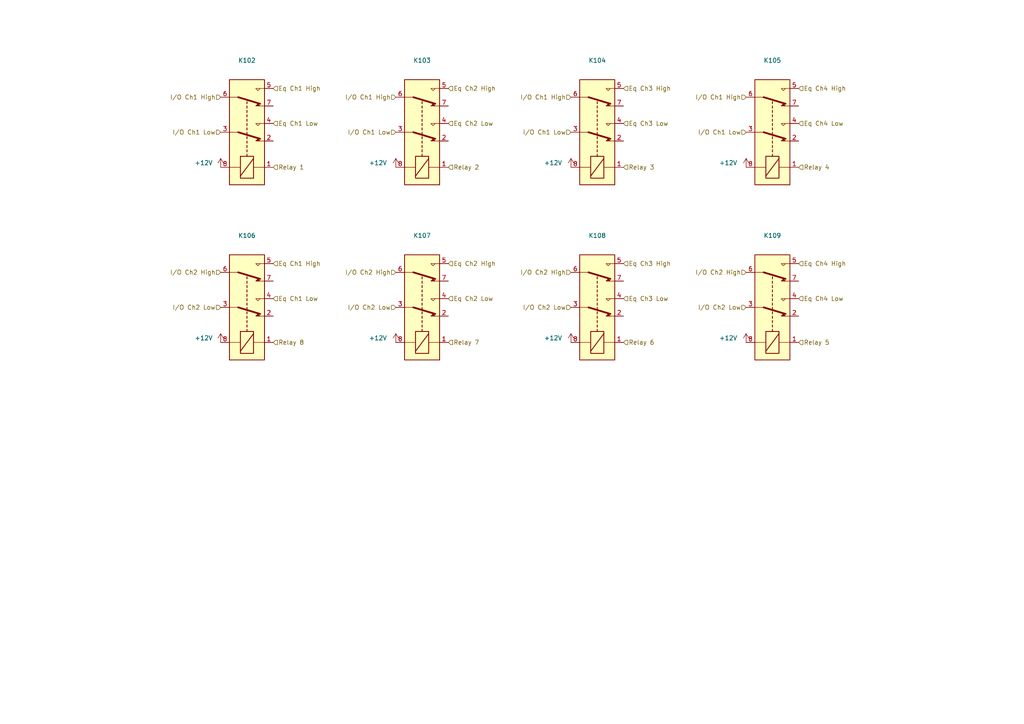
<source format=kicad_sch>
(kicad_sch (version 20211123) (generator eeschema)
  (paper "A4")
  (lib_symbols
    (symbol "Relay:G2RL-2-DC24"
      (property "Reference" "RL" (at 16.51 3.81 0))
      (property "Value" "G2RL-2-DC24" (at 16.51 1.27 0))
      (symbol "G2RL-2-DC24_0_1"
        (rectangle (start -15.24 5.08) (end 15.24 -5.08) (stroke (width 0.254)) (fill (type background)))
        (rectangle (start -13.335 1.905) (end -6.985 -1.905) (stroke (width 0.254)))
        (polyline (pts (xy -12.7 -1.905) (xy -7.62 1.905)) (stroke (width 0.254)))
        (polyline (pts (xy -10.16 -5.08) (xy -10.16 -1.905)))
        (polyline (pts (xy -10.16 5.08) (xy -10.16 1.905)))
        (polyline (pts (xy -6.985 0) (xy -6.35 0)) (stroke (width 0.254)))
        (polyline (pts (xy -5.715 0) (xy -5.08 0)) (stroke (width 0.254)))
        (polyline (pts (xy -4.445 0) (xy -3.81 0)) (stroke (width 0.254)))
        (polyline (pts (xy -3.175 0) (xy -2.54 0)) (stroke (width 0.254)))
        (polyline (pts (xy -1.905 0) (xy -1.27 0)) (stroke (width 0.254)))
        (polyline (pts (xy -0.635 0) (xy 0 0)) (stroke (width 0.254)))
        (polyline (pts (xy 0 -2.54) (xy -1.905 3.81)) (stroke (width 0.508)))
        (polyline (pts (xy 0 -2.54) (xy 0 -5.08)))
        (polyline (pts (xy 0.635 0) (xy 1.27 0)) (stroke (width 0.254)))
        (polyline (pts (xy 1.905 0) (xy 2.54 0)) (stroke (width 0.254)))
        (polyline (pts (xy 3.175 0) (xy 3.81 0)) (stroke (width 0.254)))
        (polyline (pts (xy 4.445 0) (xy 5.08 0)) (stroke (width 0.254)))
        (polyline (pts (xy 5.715 0) (xy 6.35 0)) (stroke (width 0.254)))
        (polyline (pts (xy 6.985 0) (xy 7.62 0)) (stroke (width 0.254)))
        (polyline (pts (xy 8.255 0) (xy 8.89 0)) (stroke (width 0.254)))
        (polyline (pts (xy 10.16 -2.54) (xy 8.255 3.81)) (stroke (width 0.508)))
        (polyline (pts (xy 10.16 -2.54) (xy 10.16 -5.08)))
        (polyline (pts (xy -2.54 5.08) (xy -2.54 2.54) (xy -1.905 3.175) (xy -2.54 3.81)) (fill (type outline)))
        (polyline (pts (xy 2.54 5.08) (xy 2.54 2.54) (xy 1.905 3.175) (xy 2.54 3.81)))
        (polyline (pts (xy 7.62 5.08) (xy 7.62 2.54) (xy 8.255 3.175) (xy 7.62 3.81)) (fill (type outline)))
        (polyline (pts (xy 12.7 5.08) (xy 12.7 2.54) (xy 12.065 3.175) (xy 12.7 3.81)))
      )
      (symbol "G2RL-2-DC24_1_1"
        (pin passive line (at -10.16 7.62 270) (length 2.54) (name "~") (number "1"))
        (pin passive line (at -2.54 7.62 270) (length 2.54) (name "~") (number "2"))
        (pin passive line (at 0 -7.62 90) (length 2.54) (name "~") (number "3"))
        (pin passive line (at 2.54 7.62 270) (length 2.54) (name "~") (number "4"))
        (pin passive line (at 12.7 7.62 270) (length 2.54) (name "~") (number "5"))
        (pin passive line (at 10.16 -7.62 90) (length 2.54) (name "~") (number "6"))
        (pin passive line (at 7.62 7.62 270) (length 2.54) (name "~") (number "7"))
        (pin passive line (at -10.16 -7.62 90) (length 2.54) (name "~") (number "8"))
      )
    )
    (symbol "power:+12V" (power) (pin_names (offset 0))
      (property "Value" "+12V" (at 0 3.556 0))
      (symbol "+12V_0_1"
        (polyline (pts (xy -0.762 1.27) (xy 0 2.54)))
        (polyline (pts (xy 0 0) (xy 0 2.54)))
        (polyline (pts (xy 0 2.54) (xy 0.762 1.27)))
      )
      (symbol "+12V_1_1"
        (pin power_in line (at 0 0 90) (length 0) hide (name "+12V") (number "1"))
      )
    )
  )
  (hierarchical_label "Relay 5" (shape input) (at 231.648 99.314 0))
  (hierarchical_label "Eq Ch4 High" (shape input) (at 231.648 76.454 0))
  (hierarchical_label "Eq Ch2 High" (shape input) (at 130.048 76.454 0))
  (hierarchical_label "I{slash}O Ch1 Low" (shape input) (at 216.408 38.354 180))
  (hierarchical_label "I{slash}O Ch1 Low" (shape input) (at 114.808 38.354 180))
  (hierarchical_label "I{slash}O Ch1 Low" (shape input) (at 64.008 38.354 180))
  (hierarchical_label "I{slash}O Ch1 High" (shape input) (at 216.408 28.194 180))
  (hierarchical_label "Relay 8" (shape input) (at 79.248 99.314 0))
  (hierarchical_label "Eq Ch4 Low" (shape input) (at 231.648 86.614 0))
  (hierarchical_label "I{slash}O Ch1 Low" (shape input) (at 165.608 38.354 180))
  (hierarchical_label "Eq Ch3 High" (shape input) (at 180.848 25.654 0))
  (hierarchical_label "Relay 7" (shape input) (at 130.048 99.314 0))
  (hierarchical_label "I{slash}O Ch1 High" (shape input) (at 165.608 28.194 180))
  (hierarchical_label "Eq Ch1 High" (shape input) (at 79.248 76.454 0))
  (hierarchical_label "Eq Ch2 Low" (shape input) (at 130.048 35.814 0))
  (hierarchical_label "Eq Ch1 High" (shape input) (at 79.248 25.654 0))
  (hierarchical_label "I{slash}O Ch2 High" (shape input) (at 114.808 78.994 180))
  (hierarchical_label "Relay 3" (shape input) (at 180.848 48.514 0))
  (hierarchical_label "I{slash}O Ch1 High" (shape input) (at 114.808 28.194 180))
  (hierarchical_label "Eq Ch2 High" (shape input) (at 130.048 25.654 0))
  (hierarchical_label "I{slash}O Ch2 Low" (shape input) (at 64.008 89.154 180))
  (hierarchical_label "I{slash}O Ch2 High" (shape input) (at 165.608 78.994 180))
  (hierarchical_label "Relay 4" (shape input) (at 231.648 48.514 0))
  (hierarchical_label "Relay 6" (shape input) (at 180.848 99.314 0))
  (hierarchical_label "I{slash}O Ch2 Low" (shape input) (at 114.808 89.154 180))
  (hierarchical_label "I{slash}O Ch2 High" (shape input) (at 216.408 78.994 180))
  (hierarchical_label "I{slash}O Ch2 High" (shape input) (at 64.008 78.994 180))
  (hierarchical_label "Eq Ch1 Low" (shape input) (at 79.248 86.614 0))
  (hierarchical_label "Eq Ch1 Low" (shape input) (at 79.248 35.814 0))
  (hierarchical_label "I{slash}O Ch2 Low" (shape input) (at 216.408 89.154 180))
  (hierarchical_label "Eq Ch4 Low" (shape input) (at 231.648 35.814 0))
  (hierarchical_label "Eq Ch3 Low" (shape input) (at 180.848 86.614 0))
  (hierarchical_label "Eq Ch3 Low" (shape input) (at 180.848 35.814 0))
  (hierarchical_label "Eq Ch2 Low" (shape input) (at 130.048 86.614 0))
  (hierarchical_label "Relay 1" (shape input) (at 79.248 48.514 0))
  (hierarchical_label "Relay 2" (shape input) (at 130.048 48.514 0))
  (hierarchical_label "I{slash}O Ch2 Low" (shape input) (at 165.608 89.154 180))
  (hierarchical_label "I{slash}O Ch1 High" (shape input) (at 64.008 28.194 180))
  (hierarchical_label "Eq Ch4 High" (shape input) (at 231.648 25.654 0))
  (hierarchical_label "Eq Ch3 High" (shape input) (at 180.848 76.454 0))
  (symbol (lib_id "Relay:G2RL-2-DC24") (at 173.228 89.154 270) (mirror x) (unit 1)
    (property "Reference" "K108" (at 173.228 68.326 90))
    (property "Value" "RELAY TELECOM DPDT 1A 12VDC" (effects hide))
    (property "Footprint" "Relay_THT:Relay_DPDT_Omron_G6K-2P" (effects hide))
    (property "Datasheet" "https://omronfs.omron.com/en_US/ecb/products/pdf/en-g6k.pdf" (effects hide))
    (property "DigiKey #" "Z117-ND" (effects hide))
    (property "Manufacture" "Omron Electronics Inc-EMC Div" (effects hide))
    (property "Manufacturer #" "G6K-2P DC12" (effects hide))
  )
  (symbol (lib_id "power:+12V") (at 165.608 99.314 0) (unit 1)
    (property "Reference" "#PWR0279" (effects hide))
    (property "Value" "+12V" (at 163.068 98.0439 0) (effects (justify right)))
  )
  (symbol (lib_id "power:+12V") (at 64.008 48.514 0) (unit 1)
    (property "Reference" "#PWR0273" (effects hide))
    (property "Value" "+12V" (at 61.722 47.2439 0) (effects (justify right)))
  )
  (symbol (lib_id "Relay:G2RL-2-DC24") (at 173.228 38.354 270) (mirror x) (unit 1)
    (property "Reference" "K104" (at 173.228 17.526 90))
    (property "Value" "RELAY TELECOM DPDT 1A 12VDC" (effects hide))
    (property "Footprint" "Relay_THT:Relay_DPDT_Omron_G6K-2P" (effects hide))
    (property "Datasheet" "https://omronfs.omron.com/en_US/ecb/products/pdf/en-g6k.pdf" (effects hide))
    (property "DigiKey #" "Z117-ND" (effects hide))
    (property "Manufacture" "Omron Electronics Inc-EMC Div" (effects hide))
    (property "Manufacturer #" "G6K-2P DC12" (effects hide))
  )
  (symbol (lib_id "Relay:G2RL-2-DC24") (at 224.028 89.154 270) (mirror x) (unit 1)
    (property "Reference" "K109" (at 224.028 68.326 90))
    (property "Value" "RELAY TELECOM DPDT 1A 12VDC" (effects hide))
    (property "Footprint" "Relay_THT:Relay_DPDT_Omron_G6K-2P" (effects hide))
    (property "Datasheet" "https://omronfs.omron.com/en_US/ecb/products/pdf/en-g6k.pdf" (effects hide))
    (property "DigiKey #" "Z117-ND" (effects hide))
    (property "Manufacture" "Omron Electronics Inc-EMC Div" (effects hide))
    (property "Manufacturer #" "G6K-2P DC12" (effects hide))
  )
  (symbol (lib_id "Relay:G2RL-2-DC24") (at 122.428 89.154 270) (mirror x) (unit 1)
    (property "Reference" "K107" (at 122.428 68.326 90))
    (property "Value" "RELAY TELECOM DPDT 1A 12VDC" (effects hide))
    (property "Footprint" "Relay_THT:Relay_DPDT_Omron_G6K-2P" (effects hide))
    (property "Datasheet" "https://omronfs.omron.com/en_US/ecb/products/pdf/en-g6k.pdf" (effects hide))
    (property "DigiKey #" "Z117-ND" (effects hide))
    (property "Manufacture" "Omron Electronics Inc-EMC Div" (effects hide))
    (property "Manufacturer #" "G6K-2P DC12" (effects hide))
  )
  (symbol (lib_id "power:+12V") (at 114.808 48.514 0) (unit 1)
    (property "Reference" "#PWR0274" (effects hide))
    (property "Value" "+12V" (at 112.268 47.2439 0) (effects (justify right)))
  )
  (symbol (lib_id "Relay:G2RL-2-DC24") (at 224.028 38.354 270) (mirror x) (unit 1)
    (property "Reference" "K105" (at 224.028 17.526 90))
    (property "Value" "RELAY TELECOM DPDT 1A 12VDC" (effects hide))
    (property "Footprint" "Relay_THT:Relay_DPDT_Omron_G6K-2P" (effects hide))
    (property "Datasheet" "https://omronfs.omron.com/en_US/ecb/products/pdf/en-g6k.pdf" (effects hide))
    (property "DigiKey #" "Z117-ND" (effects hide))
    (property "Manufacture" "Omron Electronics Inc-EMC Div" (effects hide))
    (property "Manufacturer #" "G6K-2P DC12" (effects hide))
  )
  (symbol (lib_id "power:+12V") (at 114.808 99.314 0) (unit 1)
    (property "Reference" "#PWR0278" (effects hide))
    (property "Value" "+12V" (at 112.268 98.0439 0) (effects (justify right)))
  )
  (symbol (lib_id "power:+12V") (at 216.408 48.514 0) (unit 1)
    (property "Reference" "#PWR0276" (effects hide))
    (property "Value" "+12V" (at 213.868 47.2439 0) (effects (justify right)))
  )
  (symbol (lib_id "Relay:G2RL-2-DC24") (at 122.428 38.354 270) (mirror x) (unit 1)
    (property "Reference" "K103" (at 122.428 17.526 90))
    (property "Value" "RELAY TELECOM DPDT 1A 12VDC" (effects hide))
    (property "Footprint" "Relay_THT:Relay_DPDT_Omron_G6K-2P" (effects hide))
    (property "Datasheet" "https://omronfs.omron.com/en_US/ecb/products/pdf/en-g6k.pdf" (effects hide))
    (property "DigiKey #" "Z117-ND" (effects hide))
    (property "Manufacture" "Omron Electronics Inc-EMC Div" (effects hide))
    (property "Manufacturer #" "G6K-2P DC12" (effects hide))
  )
  (symbol (lib_id "power:+12V") (at 64.008 99.314 0) (unit 1)
    (property "Reference" "#PWR0277" (effects hide))
    (property "Value" "+12V" (at 61.722 98.0439 0) (effects (justify right)))
  )
  (symbol (lib_id "Relay:G2RL-2-DC24") (at 71.628 38.354 270) (mirror x) (unit 1)
    (property "Reference" "K102" (at 71.628 17.526 90))
    (property "Value" "RELAY TELECOM DPDT 1A 12VDC" (effects hide))
    (property "Footprint" "Relay_THT:Relay_DPDT_Omron_G6K-2P" (effects hide))
    (property "Datasheet" "https://omronfs.omron.com/en_US/ecb/products/pdf/en-g6k.pdf" (effects hide))
    (property "DigiKey #" "Z117-ND" (effects hide))
    (property "Manufacture" "Omron Electronics Inc-EMC Div" (effects hide))
    (property "Manufacturer #" "G6K-2P DC12" (effects hide))
  )
  (symbol (lib_id "Relay:G2RL-2-DC24") (at 71.628 89.154 270) (mirror x) (unit 1)
    (property "Reference" "K106" (at 71.628 68.326 90))
    (property "Value" "RELAY TELECOM DPDT 1A 12VDC" (effects hide))
    (property "Footprint" "Relay_THT:Relay_DPDT_Omron_G6K-2P" (effects hide))
    (property "Datasheet" "https://omronfs.omron.com/en_US/ecb/products/pdf/en-g6k.pdf" (effects hide))
    (property "DigiKey #" "Z117-ND" (effects hide))
    (property "Manufacture" "Omron Electronics Inc-EMC Div" (effects hide))
    (property "Manufacturer #" "G6K-2P DC12" (effects hide))
  )
  (symbol (lib_id "power:+12V") (at 165.608 48.514 0) (unit 1)
    (property "Reference" "#PWR0275" (effects hide))
    (property "Value" "+12V" (at 163.068 47.2439 0) (effects (justify right)))
  )
  (symbol (lib_id "power:+12V") (at 216.408 99.314 0) (unit 1)
    (property "Reference" "#PWR0280" (effects hide))
    (property "Value" "+12V" (at 213.868 98.0439 0) (effects (justify right)))
  )
)
</source>
